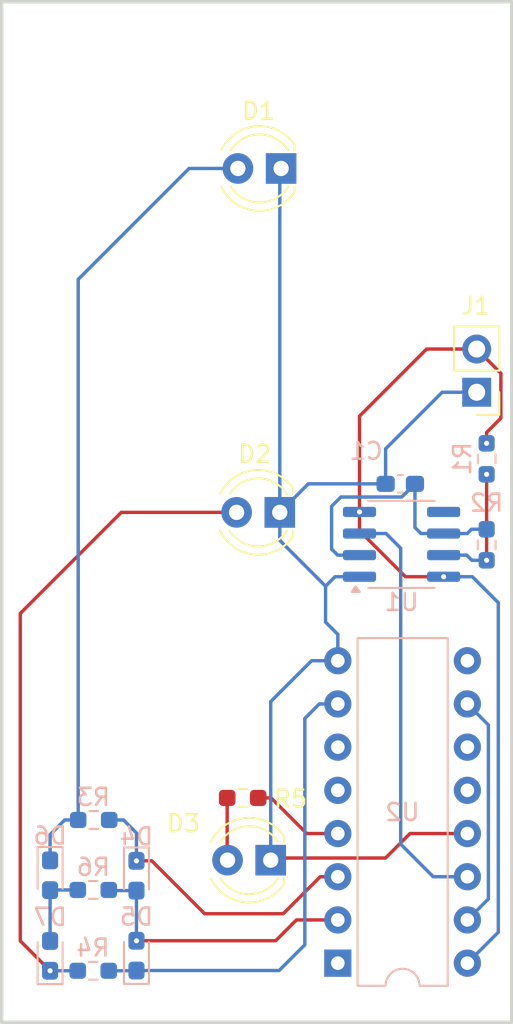
<source format=kicad_pcb>
(kicad_pcb (version 20240108) (generator "pcbnew") (generator_version "8.0")
  (layers (0 "F.Cu" signal) (31 "B.Cu" signal) (34 "B.Paste" user) (35 "F.Paste" user) (36 "B.SilkS" user "B.Silkscreen") (37 "F.SilkS" user "F.Silkscreen") (38 "B.Mask" user) (39 "F.Mask" user) (44 "Edge.Cuts" user))
  (net 0 "")
  (net 1 "Net-(U1-THR)")
  (net 2 "GND")
  (net 3 "Net-(D1-A)")
  (net 4 "Net-(D2-A)")
  (net 5 "Net-(D3-A)")
  (net 6 "Net-(D4-A)")
  (net 7 "Net-(D4-K)")
  (net 8 "Net-(D5-K)")
  (net 9 "/VBus")
  (net 10 "Net-(U1-DIS)")
  (net 11 "Net-(U2-Q2)")
  (net 13 "Net-(U1-Q)")
  (net 14 "Net-(U2-Q4)")
  (net 21 "Net-(D6-A)")
  (footprint "LED_THT:LED_D4.0mm" (layer "F.Cu") (at 145.3952 100.4118 180)
    (property "Reference" "D2" (at 1.4732 3.429 180) (layer "F.SilkS"))
    (property "Value" "AMBER" (hide yes))
    (fp_line (start -0.79 1.08) (end -0.79 1.399) (stroke (width 0.12)) (layer "F.SilkS"))
    (fp_line (start -0.79 -1.399) (end -0.79 -1.08) (stroke (width 0.12)) (layer "F.SilkS"))
    (fp_arc (start 3.513558 1.080069) (mid 1.453882 2.483201) (end -0.79 1.398749) (stroke (width 0.12)) (layer "F.SilkS"))
    (fp_arc (start 2.953294 1.080057) (mid 1.269966 2) (end -0.41333 1.08) (stroke (width 0.12)) (layer "F.SilkS"))
    (fp_arc (start -0.41333 -1.08) (mid 1.269966 -2) (end 2.953294 -1.080057) (stroke (width 0.12)) (layer "F.SilkS"))
    (fp_arc (start -0.79 -1.398749) (mid 1.453882 -2.483201) (end 3.513558 -1.080069) (stroke (width 0.12)) (layer "F.SilkS"))
    (pad "1" thru_hole rect (at 0 0 180) (size 1.8 1.8) (drill 0.9) (layers "*.Cu" "*.Mask") (net 2 "GND"))
    (pad "2" thru_hole circle (at 2.54 0 180) (size 1.8 1.8) (drill 0.9) (layers "*.Cu" "*.Mask") (net 4 "Net-(D2-A)"))
  )
  (footprint "LED_THT:LED_D4.0mm" (layer "F.Cu") (at 145.4714 80.1934 180)
    (property "Reference" "D1" (at 1.3208 3.3782 180) (layer "F.SilkS"))
    (property "Value" "RED" (hide yes))
    (fp_line (start -0.79 1.08) (end -0.79 1.399) (stroke (width 0.12)) (layer "F.SilkS"))
    (fp_line (start -0.79 -1.399) (end -0.79 -1.08) (stroke (width 0.12)) (layer "F.SilkS"))
    (fp_arc (start 3.513558 1.080069) (mid 1.453882 2.483201) (end -0.79 1.398749) (stroke (width 0.12)) (layer "F.SilkS"))
    (fp_arc (start 2.953294 1.080057) (mid 1.269966 2) (end -0.41333 1.08) (stroke (width 0.12)) (layer "F.SilkS"))
    (fp_arc (start -0.41333 -1.08) (mid 1.269966 -2) (end 2.953294 -1.080057) (stroke (width 0.12)) (layer "F.SilkS"))
    (fp_arc (start -0.79 -1.398749) (mid 1.453882 -2.483201) (end 3.513558 -1.080069) (stroke (width 0.12)) (layer "F.SilkS"))
    (pad "1" thru_hole rect (at 0 0 180) (size 1.8 1.8) (drill 0.9) (layers "*.Cu" "*.Mask") (net 2 "GND"))
    (pad "2" thru_hole circle (at 2.54 0 180) (size 1.8 1.8) (drill 0.9) (layers "*.Cu" "*.Mask") (net 3 "Net-(D1-A)"))
  )
  (footprint "LED_THT:LED_D4.0mm" (layer "F.Cu") (at 144.8618 120.8588 180)
    (property "Reference" "D3" (at 5.1308 2.159 180) (layer "F.SilkS"))
    (property "Value" "GREEN" (hide yes))
    (fp_line (start -0.79 1.08) (end -0.79 1.399) (stroke (width 0.12)) (layer "F.SilkS"))
    (fp_line (start -0.79 -1.399) (end -0.79 -1.08) (stroke (width 0.12)) (layer "F.SilkS"))
    (fp_arc (start 3.513558 1.080069) (mid 1.453882 2.483201) (end -0.79 1.398749) (stroke (width 0.12)) (layer "F.SilkS"))
    (fp_arc (start 2.953294 1.080057) (mid 1.269966 2) (end -0.41333 1.08) (stroke (width 0.12)) (layer "F.SilkS"))
    (fp_arc (start -0.41333 -1.08) (mid 1.269966 -2) (end 2.953294 -1.080057) (stroke (width 0.12)) (layer "F.SilkS"))
    (fp_arc (start -0.79 -1.398749) (mid 1.453882 -2.483201) (end 3.513558 -1.080069) (stroke (width 0.12)) (layer "F.SilkS"))
    (pad "1" thru_hole rect (at 0 0 180) (size 1.8 1.8) (drill 0.9) (layers "*.Cu" "*.Mask") (net 2 "GND"))
    (pad "2" thru_hole circle (at 2.54 0 180) (size 1.8 1.8) (drill 0.9) (layers "*.Cu" "*.Mask") (net 5 "Net-(D3-A)"))
  )
  (footprint "Resistor_SMD:R_0603_1608Metric_Pad0.98x0.95mm_HandSolder" (layer "F.Cu") (at 143.2127 117.2012)
    (property "Reference" "R5" (at 2.8175 0.0508 360) (layer "F.SilkS"))
    (property "Value" "180" (hide yes))
    (fp_line (start -0.254724 -0.5225) (end 0.254724 -0.5225) (stroke (width 0.12)) (layer "F.SilkS"))
    (fp_line (start -0.254724 0.5225) (end 0.254724 0.5225) (stroke (width 0.12)) (layer "F.SilkS"))
    (pad "1" smd roundrect (at -0.9125 0) (size 0.975 0.95) (layers "F.Cu" "F.Paste" "F.Mask") (net 5 "Net-(D3-A)"))
    (pad "2" smd roundrect (at 0.9125 0) (size 0.975 0.95) (layers "F.Cu" "F.Paste" "F.Mask") (net 11 "Net-(U2-Q2)"))
  )
  (footprint "Connector_PinHeader_2.54mm:PinHeader_1x02_P2.54mm_Vertical" (layer "F.Cu") (at 156.9776 93.3506 180)
    (property "Reference" "J1" (at 0.0508 5.08 360) (layer "F.SilkS"))
    (property "Value" "Power" (hide yes))
    (fp_line (start 1.33 1.27) (end 1.33 3.87) (stroke (width 0.12)) (layer "F.SilkS"))
    (fp_line (start -1.33 3.87) (end 1.33 3.87) (stroke (width 0.12)) (layer "F.SilkS"))
    (fp_line (start -1.33 1.27) (end 1.33 1.27) (stroke (width 0.12)) (layer "F.SilkS"))
    (fp_line (start -1.33 1.27) (end -1.33 3.87) (stroke (width 0.12)) (layer "F.SilkS"))
    (fp_line (start -1.33 0) (end -1.33 -1.33) (stroke (width 0.12)) (layer "F.SilkS"))
    (fp_line (start -1.33 -1.33) (end 0 -1.33) (stroke (width 0.12)) (layer "F.SilkS"))
    (pad "1" thru_hole rect (at 0 0 180) (size 1.7 1.7) (drill 1) (layers "*.Cu" "*.Mask") (net 2 "GND"))
    (pad "2" thru_hole oval (at 0 2.54 180) (size 1.7 1.7) (drill 1) (layers "*.Cu" "*.Mask") (net 9 "/VBus"))
  )
  (footprint "Package_DIP:DIP-16_W7.62mm" (layer "B.Cu") (at 148.8088 126.9144)
    (property "Reference" "U2" (at 3.8 -8.875 360) (layer "B.SilkS") (effects (justify mirror)))
    (property "Value" "4017" (hide yes))
    (fp_line (start 1.16 -19.11) (end 1.16 1.33) (stroke (width 0.12)) (layer "B.SilkS"))
    (fp_line (start 1.16 1.33) (end 2.81 1.33) (stroke (width 0.12)) (layer "B.SilkS"))
    (fp_line (start 4.81 1.33) (end 6.46 1.33) (stroke (width 0.12)) (layer "B.SilkS"))
    (fp_line (start 6.46 -19.11) (end 1.16 -19.11) (stroke (width 0.12)) (layer "B.SilkS"))
    (fp_line (start 6.46 1.33) (end 6.46 -19.11) (stroke (width 0.12)) (layer "B.SilkS"))
    (fp_arc (start 2.81 1.33) (mid 3.81 0.33) (end 4.81 1.33) (stroke (width 0.12)) (layer "B.SilkS"))
    (pad "1" thru_hole rect (at 0 0) (size 1.6 1.6) (drill 0.8) (layers "*.Cu" "*.Mask"))
    (pad "2" thru_hole oval (at 0 -2.54) (size 1.6 1.6) (drill 0.8) (layers "*.Cu" "*.Mask") (net 6 "Net-(D4-A)"))
    (pad "3" thru_hole oval (at 0 -5.08) (size 1.6 1.6) (drill 0.8) (layers "*.Cu" "*.Mask") (net 7 "Net-(D4-K)"))
    (pad "4" thru_hole oval (at 0 -7.62) (size 1.6 1.6) (drill 0.8) (layers "*.Cu" "*.Mask") (net 11 "Net-(U2-Q2)"))
    (pad "5" thru_hole oval (at 0 -10.16) (size 1.6 1.6) (drill 0.8) (layers "*.Cu" "*.Mask"))
    (pad "6" thru_hole oval (at 0 -12.7) (size 1.6 1.6) (drill 0.8) (layers "*.Cu" "*.Mask"))
    (pad "7" thru_hole oval (at 0 -15.24) (size 1.6 1.6) (drill 0.8) (layers "*.Cu" "*.Mask") (net 8 "Net-(D5-K)"))
    (pad "8" thru_hole oval (at 0 -17.78) (size 1.6 1.6) (drill 0.8) (layers "*.Cu" "*.Mask") (net 2 "GND"))
    (pad "9" thru_hole oval (at 7.62 -17.78) (size 1.6 1.6) (drill 0.8) (layers "*.Cu" "*.Mask"))
    (pad "10" thru_hole oval (at 7.62 -15.24) (size 1.6 1.6) (drill 0.8) (layers "*.Cu" "*.Mask") (net 14 "Net-(U2-Q4)"))
    (pad "11" thru_hole oval (at 7.62 -12.7) (size 1.6 1.6) (drill 0.8) (layers "*.Cu" "*.Mask"))
    (pad "12" thru_hole oval (at 7.62 -10.16) (size 1.6 1.6) (drill 0.8) (layers "*.Cu" "*.Mask"))
    (pad "13" thru_hole oval (at 7.62 -7.62) (size 1.6 1.6) (drill 0.8) (layers "*.Cu" "*.Mask") (net 2 "GND"))
    (pad "14" thru_hole oval (at 7.62 -5.08) (size 1.6 1.6) (drill 0.8) (layers "*.Cu" "*.Mask") (net 13 "Net-(U1-Q)"))
    (pad "15" thru_hole oval (at 7.62 -2.54) (size 1.6 1.6) (drill 0.8) (layers "*.Cu" "*.Mask") (net 14 "Net-(U2-Q4)"))
    (pad "16" thru_hole oval (at 7.62 0) (size 1.6 1.6) (drill 0.8) (layers "*.Cu" "*.Mask") (net 9 "/VBus"))
  )
  (footprint "Resistor_SMD:R_0603_1608Metric_Pad0.98x0.95mm_HandSolder" (layer "B.Cu") (at 157.5618 102.3168 90)
    (property "Reference" "R2" (at 2.4619 0 180) (layer "B.SilkS") (effects (justify mirror)))
    (property "Value" "15k" (hide yes))
    (fp_line (start 0.254724 -0.5225) (end -0.254724 -0.5225) (stroke (width 0.12)) (layer "B.SilkS"))
    (fp_line (start 0.254724 0.5225) (end -0.254724 0.5225) (stroke (width 0.12)) (layer "B.SilkS"))
    (pad "1" smd roundrect (at -0.9125 0 90) (size 0.975 0.95) (layers "B.Cu" "B.Paste" "B.Mask") (net 10 "Net-(U1-DIS)"))
    (pad "2" smd roundrect (at 0.9125 0 90) (size 0.975 0.95) (layers "B.Cu" "B.Paste" "B.Mask") (net 1 "Net-(U1-THR)"))
  )
  (footprint "Resistor_SMD:R_0603_1608Metric_Pad0.98x0.95mm_HandSolder" (layer "B.Cu") (at 134.4497 118.4966)
    (property "Reference" "R3" (at -0.0235 -1.3462 0) (layer "B.SilkS") (effects (justify mirror)))
    (property "Value" "180" (hide yes))
    (fp_line (start 0.254724 -0.5225) (end -0.254724 -0.5225) (stroke (width 0.12)) (layer "B.SilkS"))
    (fp_line (start 0.254724 0.5225) (end -0.254724 0.5225) (stroke (width 0.12)) (layer "B.SilkS"))
    (pad "1" smd roundrect (at -0.9125 0) (size 0.975 0.95) (layers "B.Cu" "B.Paste" "B.Mask") (net 3 "Net-(D1-A)"))
    (pad "2" smd roundrect (at 0.9125 0) (size 0.975 0.95) (layers "B.Cu" "B.Paste" "B.Mask") (net 7 "Net-(D4-K)"))
  )
  (footprint "Diode_SMD:D_0603_1608Metric_Pad1.05x0.95mm_HandSolder" (layer "B.Cu") (at 131.8843 121.7478 -90)
    (property "Reference" "D6" (at -2.3228 0 0) (layer "B.SilkS") (effects (justify mirror)))
    (property "Value" "D" (hide yes))
    (fp_line (start -1.66 0.735) (end 0.8 0.735) (stroke (width 0.12)) (layer "B.SilkS"))
    (fp_line (start -1.66 -0.735) (end -1.66 0.735) (stroke (width 0.12)) (layer "B.SilkS"))
    (fp_line (start 0.8 -0.735) (end -1.66 -0.735) (stroke (width 0.12)) (layer "B.SilkS"))
    (pad "1" smd roundrect (at -0.875 0 270) (size 1.05 0.95) (layers "B.Cu" "B.Paste" "B.Mask") (net 3 "Net-(D1-A)"))
    (pad "2" smd roundrect (at 0.875 0 270) (size 1.05 0.95) (layers "B.Cu" "B.Paste" "B.Mask") (net 21 "Net-(D6-A)"))
  )
  (footprint "Package_SO:SOIC-8_3.9x4.9mm_P1.27mm" (layer "B.Cu") (at 152.558 102.2914)
    (property "Reference" "U1" (at 0 3.4 360) (layer "B.SilkS") (effects (justify mirror)))
    (property "Value" "LM555xM" (hide yes))
    (fp_line (start -1.95 -2.56) (end 0 -2.56) (stroke (width 0.12)) (layer "B.SilkS"))
    (fp_line (start -1.95 2.56) (end 0 2.56) (stroke (width 0.12)) (layer "B.SilkS"))
    (fp_line (start 1.95 -2.56) (end 0 -2.56) (stroke (width 0.12)) (layer "B.SilkS"))
    (fp_line (start 1.95 2.56) (end 0 2.56) (stroke (width 0.12)) (layer "B.SilkS"))
    (fp_poly (pts (xy -2.7 2.465) (xy -2.94 2.795) (xy -2.46 2.795) (xy -2.7 2.465)) (stroke (width 0.12)) (fill solid) (layer "B.SilkS"))
    (pad "1" smd roundrect (at -2.475 1.905) (size 1.95 0.6) (layers "B.Cu" "B.Paste" "B.Mask") (net 2 "GND"))
    (pad "2" smd roundrect (at -2.475 0.635) (size 1.95 0.6) (layers "B.Cu" "B.Paste" "B.Mask") (net 1 "Net-(U1-THR)"))
    (pad "3" smd roundrect (at -2.475 -0.635) (size 1.95 0.6) (layers "B.Cu" "B.Paste" "B.Mask") (net 13 "Net-(U1-Q)"))
    (pad "4" smd roundrect (at -2.475 -1.905) (size 1.95 0.6) (layers "B.Cu" "B.Paste" "B.Mask") (net 9 "/VBus"))
    (pad "5" smd roundrect (at 2.475 -1.905) (size 1.95 0.6) (layers "B.Cu" "B.Paste" "B.Mask"))
    (pad "6" smd roundrect (at 2.475 -0.635) (size 1.95 0.6) (layers "B.Cu" "B.Paste" "B.Mask") (net 1 "Net-(U1-THR)"))
    (pad "7" smd roundrect (at 2.475 0.635) (size 1.95 0.6) (layers "B.Cu" "B.Paste" "B.Mask") (net 10 "Net-(U1-DIS)"))
    (pad "8" smd roundrect (at 2.475 1.905) (size 1.95 0.6) (layers "B.Cu" "B.Paste" "B.Mask") (net 9 "/VBus"))
  )
  (footprint "Resistor_SMD:R_0603_1608Metric_Pad0.98x0.95mm_HandSolder" (layer "B.Cu") (at 134.4224 127.3612)
    (property "Reference" "R4" (at -0.0235 -1.3462 0) (layer "B.SilkS") (effects (justify mirror)))
    (property "Value" "180" (hide yes))
    (fp_line (start 0.254724 -0.5225) (end -0.254724 -0.5225) (stroke (width 0.12)) (layer "B.SilkS"))
    (fp_line (start 0.254724 0.5225) (end -0.254724 0.5225) (stroke (width 0.12)) (layer "B.SilkS"))
    (pad "1" smd roundrect (at -0.9125 0) (size 0.975 0.95) (layers "B.Cu" "B.Paste" "B.Mask") (net 4 "Net-(D2-A)"))
    (pad "2" smd roundrect (at 0.9125 0) (size 0.975 0.95) (layers "B.Cu" "B.Paste" "B.Mask") (net 8 "Net-(D5-K)"))
  )
  (footprint "Capacitor_SMD:C_0603_1608Metric_Pad1.08x0.95mm_HandSolder" (layer "B.Cu") (at 152.4829 98.7354 180)
    (property "Reference" "C1" (at 2.0077 1.9304 360) (layer "B.SilkS") (effects (justify mirror)))
    (property "Value" "16uF" (hide yes))
    (fp_line (start 0.146267 0.51) (end -0.146267 0.51) (stroke (width 0.12)) (layer "B.SilkS"))
    (fp_line (start 0.146267 -0.51) (end -0.146267 -0.51) (stroke (width 0.12)) (layer "B.SilkS"))
    (pad "1" smd roundrect (at -0.8625 0 180) (size 1.075 0.95) (layers "B.Cu" "B.Paste" "B.Mask") (net 1 "Net-(U1-THR)"))
    (pad "2" smd roundrect (at 0.8625 0 180) (size 1.075 0.95) (layers "B.Cu" "B.Paste" "B.Mask") (net 2 "GND"))
  )
  (footprint "Resistor_SMD:R_0603_1608Metric_Pad0.98x0.95mm_HandSolder" (layer "B.Cu") (at 157.5618 97.2641 -90)
    (property "Reference" "R1" (at 0 1.43 90) (layer "B.SilkS") (effects (justify mirror)))
    (property "Value" "18k" (hide yes))
    (fp_line (start 0.254724 0.5225) (end -0.254724 0.5225) (stroke (width 0.12)) (layer "B.SilkS"))
    (fp_line (start 0.254724 -0.5225) (end -0.254724 -0.5225) (stroke (width 0.12)) (layer "B.SilkS"))
    (pad "1" smd roundrect (at -0.9125 0 270) (size 0.975 0.95) (layers "B.Cu" "B.Paste" "B.Mask") (net 9 "/VBus"))
    (pad "2" smd roundrect (at 0.9125 0 270) (size 0.975 0.95) (layers "B.Cu" "B.Paste" "B.Mask") (net 10 "Net-(U1-DIS)"))
  )
  (footprint "Resistor_SMD:R_0603_1608Metric_Pad0.98x0.95mm_HandSolder" (layer "B.Cu") (at 134.4243 122.6114)
    (property "Reference" "R6" (at 0 -1.3462 0) (layer "B.SilkS") (effects (justify mirror)))
    (property "Value" "400" (hide yes))
    (fp_line (start 0.254724 -0.5225) (end -0.254724 -0.5225) (stroke (width 0.12)) (layer "B.SilkS"))
    (fp_line (start 0.254724 0.5225) (end -0.254724 0.5225) (stroke (width 0.12)) (layer "B.SilkS"))
    (pad "1" smd roundrect (at -0.9125 0) (size 0.975 0.95) (layers "B.Cu" "B.Paste" "B.Mask") (net 21 "Net-(D6-A)"))
    (pad "2" smd roundrect (at 0.9125 0) (size 0.975 0.95) (layers "B.Cu" "B.Paste" "B.Mask") (net 6 "Net-(D4-A)"))
  )
  (footprint "Diode_SMD:D_0603_1608Metric_Pad1.05x0.95mm_HandSolder" (layer "B.Cu") (at 136.9643 126.4722 90)
    (property "Reference" "D5" (at 2.286 0 0) (layer "B.SilkS") (effects (justify mirror)))
    (property "Value" "D" (hide yes))
    (fp_line (start 0.8 -0.735) (end -1.66 -0.735) (stroke (width 0.12)) (layer "B.SilkS"))
    (fp_line (start -1.66 -0.735) (end -1.66 0.735) (stroke (width 0.12)) (layer "B.SilkS"))
    (fp_line (start -1.66 0.735) (end 0.8 0.735) (stroke (width 0.12)) (layer "B.SilkS"))
    (pad "1" smd roundrect (at -0.875 0 90) (size 1.05 0.95) (layers "B.Cu" "B.Paste" "B.Mask") (net 8 "Net-(D5-K)"))
    (pad "2" smd roundrect (at 0.875 0 90) (size 1.05 0.95) (layers "B.Cu" "B.Paste" "B.Mask") (net 6 "Net-(D4-A)"))
  )
  (footprint "Diode_SMD:D_0603_1608Metric_Pad1.05x0.95mm_HandSolder" (layer "B.Cu") (at 131.8843 126.4862 90)
    (property "Reference" "D7" (at 2.2834 0 360) (layer "B.SilkS") (effects (justify mirror)))
    (property "Value" "D" (hide yes))
    (fp_line (start 0.8 -0.735) (end -1.66 -0.735) (stroke (width 0.12)) (layer "B.SilkS"))
    (fp_line (start -1.66 -0.735) (end -1.66 0.735) (stroke (width 0.12)) (layer "B.SilkS"))
    (fp_line (start -1.66 0.735) (end 0.8 0.735) (stroke (width 0.12)) (layer "B.SilkS"))
    (pad "1" smd roundrect (at -0.875 0 90) (size 1.05 0.95) (layers "B.Cu" "B.Paste" "B.Mask") (net 4 "Net-(D2-A)"))
    (pad "2" smd roundrect (at 0.875 0 90) (size 1.05 0.95) (layers "B.Cu" "B.Paste" "B.Mask") (net 21 "Net-(D6-A)"))
  )
  (footprint "Diode_SMD:D_0603_1608Metric_Pad1.05x0.95mm_HandSolder" (layer "B.Cu") (at 136.9643 121.7732 -90)
    (property "Reference" "D4" (at -2.2974 0 0) (layer "B.SilkS") (effects (justify mirror)))
    (property "Value" "D" (hide yes))
    (fp_line (start -1.66 0.735) (end 0.8 0.735) (stroke (width 0.12)) (layer "B.SilkS"))
    (fp_line (start -1.66 -0.735) (end -1.66 0.735) (stroke (width 0.12)) (layer "B.SilkS"))
    (fp_line (start 0.8 -0.735) (end -1.66 -0.735) (stroke (width 0.12)) (layer "B.SilkS"))
    (pad "1" smd roundrect (at -0.875 0 270) (size 1.05 0.95) (layers "B.Cu" "B.Paste" "B.Mask") (net 7 "Net-(D4-K)"))
    (pad "2" smd roundrect (at 0.875 0 270) (size 1.05 0.95) (layers "B.Cu" "B.Paste" "B.Mask") (net 6 "Net-(D4-A)"))
  )
  (gr_rect (start 129.0376 70.389) (end 159.0376 130.389) (stroke (width 0.2)) (fill none) (layer "Edge.Cuts"))
  (segment (start 148.4432 100.0562) (end 148.989 99.5104) (width 0.2) (layer "B.Cu") (net 1))
  (segment (start 153.701 101.6564) (end 155.033 101.6564) (width 0.2) (layer "B.Cu") (net 1))
  (segment (start 156.4188 101.6564) (end 155.033 101.6564) (width 0.2) (layer "B.Cu") (net 1))
  (segment (start 157.5618 101.4043) (end 156.6709 101.4043) (width 0.2) (layer "B.Cu") (net 1))
  (segment (start 152.5704 99.5104) (end 153.3454 98.7354) (width 0.2) (layer "B.Cu") (net 1))
  (segment (start 153.3454 101.3008) (end 153.701 101.6564) (width 0.2) (layer "B.Cu") (net 1))
  (segment (start 156.6709 101.4043) (end 156.4188 101.6564) (width 0.2) (layer "B.Cu") (net 1))
  (segment (start 148.989 99.5104) (end 152.5704 99.5104) (width 0.2) (layer "B.Cu") (net 1))
  (segment (start 150.083 102.9264) (end 148.7988 102.9264) (width 0.2) (layer "B.Cu") (net 1))
  (segment (start 148.7988 102.9264) (end 148.4432 102.5708) (width 0.2) (layer "B.Cu") (net 1))
  (segment (start 148.4432 102.5708) (end 148.4432 100.0562) (width 0.2) (layer "B.Cu") (net 1))
  (segment (start 153.3454 98.7354) (end 153.3454 101.3008) (width 0.2) (layer "B.Cu") (net 1))
  (segment (start 153.0556 119.2944) (end 156.4288 119.2944) (width 0.2) (layer "F.Cu") (net 2))
  (segment (start 144.9862 120.7344) (end 151.6156 120.7344) (width 0.2) (layer "F.Cu") (net 2))
  (segment (start 151.6156 120.7344) (end 153.0556 119.2944) (width 0.2) (layer "F.Cu") (net 2))
  (segment (start 144.8618 120.8588) (end 144.9862 120.7344) (width 0.2) (layer "F.Cu") (net 2))
  (segment (start 145.3952 80.2696) (end 145.4714 80.1934) (width 0.2) (layer "B.Cu") (net 2))
  (segment (start 144.8618 120.8588) (end 144.8618 111.537) (width 0.2) (layer "B.Cu") (net 2))
  (segment (start 151.6204 98.7354) (end 151.6204 96.6758) (width 0.2) (layer "B.Cu") (net 2))
  (segment (start 148.0876 104.7552) (end 148.0876 106.8634) (width 0.2) (layer "B.Cu") (net 2))
  (segment (start 154.9456 93.3506) (end 156.9776 93.3506) (width 0.2) (layer "B.Cu") (net 2))
  (segment (start 148.0368 104.7044) (end 145.3952 102.0628) (width 0.2) (layer "B.Cu") (net 2))
  (segment (start 145.3952 102.0628) (end 145.3952 100.4118) (width 0.2) (layer "B.Cu") (net 2))
  (segment (start 145.3952 100.4118) (end 145.3952 80.2696) (width 0.2) (layer "B.Cu") (net 2))
  (segment (start 147.2644 109.1344) (end 148.8088 109.1344) (width 0.2) (layer "B.Cu") (net 2))
  (segment (start 148.1384 104.7044) (end 148.0876 104.7552) (width 0.2) (layer "B.Cu") (net 2))
  (segment (start 148.1384 104.7044) (end 148.0368 104.7044) (width 0.2) (layer "B.Cu") (net 2))
  (segment (start 148.6464 104.1964) (end 148.1384 104.7044) (width 0.2) (layer "B.Cu") (net 2))
  (segment (start 148.8088 107.5846) (end 148.8088 109.1344) (width 0.2) (layer "B.Cu") (net 2))
  (segment (start 150.083 104.1964) (end 148.6464 104.1964) (width 0.2) (layer "B.Cu") (net 2))
  (segment (start 151.6204 96.6758) (end 154.9456 93.3506) (width 0.2) (layer "B.Cu") (net 2))
  (segment (start 151.6204 98.7354) (end 147.0716 98.7354) (width 0.2) (layer "B.Cu") (net 2))
  (segment (start 144.8618 111.537) (end 147.2644 109.1344) (width 0.2) (layer "B.Cu") (net 2))
  (segment (start 147.0716 98.7354) (end 145.3952 100.4118) (width 0.2) (layer "B.Cu") (net 2))
  (segment (start 148.0876 106.8634) (end 148.8088 107.5846) (width 0.2) (layer "B.Cu") (net 2))
  (segment (start 131.8843 120.8728) (end 131.8843 119.3583) (width 0.2) (layer "B.Cu") (net 3))
  (segment (start 131.8843 119.3583) (end 132.746 118.4966) (width 0.2) (layer "B.Cu") (net 3))
  (segment (start 133.5372 118.4966) (end 133.5372 86.7174) (width 0.2) (layer "B.Cu") (net 3))
  (segment (start 140.0612 80.1934) (end 142.9314 80.1934) (width 0.2) (layer "B.Cu") (net 3))
  (segment (start 132.746 118.4966) (end 133.5372 118.4966) (width 0.2) (layer "B.Cu") (net 3))
  (segment (start 133.5372 86.7174) (end 140.0612 80.1934) (width 0.2) (layer "B.Cu") (net 3))
  (segment (start 130.1298 106.3554) (end 130.1298 125.6067) (width 0.2) (layer "F.Cu") (net 4))
  (segment (start 130.1298 125.6067) (end 131.8843 127.3612) (width 0.2) (layer "F.Cu") (net 4))
  (segment (start 136.0734 100.4118) (end 130.1298 106.3554) (width 0.2) (layer "F.Cu") (net 4))
  (segment (start 142.8552 100.4118) (end 136.0734 100.4118) (width 0.2) (layer "F.Cu") (net 4))
  (via (at 131.8843 127.3612) (size 0.6) (drill 0.3) (layers "F.Cu" "B.Cu") (net 4))
  (segment (start 131.8843 127.3612) (end 133.5099 127.3612) (width 0.2) (layer "B.Cu") (net 4))
  (segment (start 142.3002 120.8372) (end 142.3218 120.8588) (width 0.2) (layer "F.Cu") (net 5))
  (segment (start 142.3002 117.2012) (end 142.3002 120.8372) (width 0.2) (layer "F.Cu") (net 5))
  (segment (start 148.8088 124.3744) (end 146.3754 124.3744) (width 0.2) (layer "F.Cu") (net 6))
  (segment (start 146.3754 124.3744) (end 145.1526 125.5972) (width 0.2) (layer "F.Cu") (net 6))
  (segment (start 145.1526 125.5972) (end 136.9643 125.5972) (width 0.2) (layer "F.Cu") (net 6))
  (via (at 136.9643 125.5972) (size 0.6) (drill 0.3) (layers "F.Cu" "B.Cu") (net 6))
  (segment (start 136.9643 122.6482) (end 135.3736 122.6482) (width 0.2) (layer "B.Cu") (net 6))
  (segment (start 135.3736 122.6482) (end 135.3368 122.6114) (width 0.2) (layer "B.Cu") (net 6))
  (segment (start 136.9643 122.6482) (end 136.9643 125.5972) (width 0.2) (layer "B.Cu") (net 6))
  (segment (start 137.8654 120.8982) (end 136.9643 120.8982) (width 0.2) (layer "F.Cu") (net 7))
  (segment (start 147.7724 121.8344) (end 145.5984 124.0084) (width 0.2) (layer "F.Cu") (net 7))
  (segment (start 145.5984 124.0084) (end 140.9756 124.0084) (width 0.2) (layer "F.Cu") (net 7))
  (segment (start 148.8088 121.8344) (end 147.7724 121.8344) (width 0.2) (layer "F.Cu") (net 7))
  (segment (start 140.9756 124.0084) (end 137.8654 120.8982) (width 0.2) (layer "F.Cu") (net 7))
  (via (at 136.9643 120.8982) (size 0.6) (drill 0.3) (layers "F.Cu" "B.Cu") (net 7))
  (segment (start 136.9643 119.2605) (end 136.2004 118.4966) (width 0.2) (layer "B.Cu") (net 7))
  (segment (start 136.9643 120.8982) (end 136.9643 119.2605) (width 0.2) (layer "B.Cu") (net 7))
  (segment (start 136.2004 118.4966) (end 135.3622 118.4966) (width 0.2) (layer "B.Cu") (net 7))
  (segment (start 148.8088 111.6744) (end 147.7216 111.6744) (width 0.2) (layer "B.Cu") (net 8))
  (segment (start 147.7216 111.6744) (end 146.8684 112.5276) (width 0.2) (layer "B.Cu") (net 8))
  (segment (start 146.8684 112.5276) (end 146.8684 125.8372) (width 0.2) (layer "B.Cu") (net 8))
  (segment (start 146.8684 125.8372) (end 145.3584 127.3472) (width 0.2) (layer "B.Cu") (net 8))
  (segment (start 145.3584 127.3472) (end 136.9643 127.3472) (width 0.2) (layer "B.Cu") (net 8))
  (segment (start 135.3349 127.3612) (end 136.9503 127.3612) (width 0.2) (layer "B.Cu") (net 8))
  (segment (start 136.9503 127.3612) (end 136.9643 127.3472) (width 0.2) (layer "B.Cu") (net 8))
  (segment (start 157.5618 95.7128) (end 157.5618 96.3516) (width 0.2) (layer "F.Cu") (net 9))
  (segment (start 150.083 101.4928) (end 150.083 100.3864) (width 0.2) (layer "F.Cu") (net 9))
  (segment (start 158.4 92.233) (end 158.4 94.8746) (width 0.2) (layer "F.Cu") (net 9))
  (segment (start 150.083 94.7588) (end 154.0312 90.8106) (width 0.2) (layer "F.Cu") (net 9))
  (segment (start 154.0312 90.8106) (end 156.9776 90.8106) (width 0.2) (layer "F.Cu") (net 9))
  (segment (start 156.9776 90.8106) (end 158.4 92.233) (width 0.2) (layer "F.Cu") (net 9))
  (segment (start 155.033 104.1964) (end 152.7866 104.1964) (width 0.2) (layer "F.Cu") (net 9))
  (segment (start 150.083 100.3864) (end 150.083 94.7588) (width 0.2) (layer "F.Cu") (net 9))
  (segment (start 152.7866 104.1964) (end 150.083 101.4928) (width 0.2) (layer "F.Cu") (net 9))
  (segment (start 158.4 94.8746) (end 157.5618 95.7128) (width 0.2) (layer "F.Cu") (net 9))
  (via (at 155.033 104.1964) (size 0.6) (drill 0.3) (layers "F.Cu" "B.Cu") (net 9))
  (via (at 150.083 100.3864) (size 0.6) (drill 0.3) (layers "F.Cu" "B.Cu") (net 9))
  (via (at 157.5618 96.3516) (size 0.6) (drill 0.3) (layers "F.Cu" "B.Cu") (net 9))
  (segment (start 156.4288 126.9144) (end 158.2476 125.0956) (width 0.2) (layer "B.Cu") (net 9))
  (segment (start 156.7236 104.1964) (end 155.033 104.1964) (width 0.2) (layer "B.Cu") (net 9))
  (segment (start 158.2476 105.7204) (end 156.7236 104.1964) (width 0.2) (layer "B.Cu") (net 9))
  (segment (start 155.033 104.1964) (end 154.9202 104.1964) (width 0.2) (layer "B.Cu") (net 9))
  (segment (start 158.2476 125.0956) (end 158.2476 105.7204) (width 0.2) (layer "B.Cu") (net 9))
  (segment (start 157.5618 103.2293) (end 157.5618 98.1766) (width 0.2) (layer "F.Cu") (net 10))
  (via (at 157.5618 103.2293) (size 0.6) (drill 0.3) (layers "F.Cu" "B.Cu") (net 10))
  (via (at 157.5618 98.1766) (size 0.6) (drill 0.3) (layers "F.Cu" "B.Cu") (net 10))
  (segment (start 156.6963 103.2293) (end 157.5618 103.2293) (width 0.2) (layer "B.Cu") (net 10))
  (segment (start 155.033 102.9264) (end 156.3934 102.9264) (width 0.2) (layer "B.Cu") (net 10))
  (segment (start 156.3934 102.9264) (end 156.6963 103.2293) (width 0.2) (layer "B.Cu") (net 10))
  (segment (start 148.8088 119.2944) (end 146.9804 119.2944) (width 0.2) (layer "F.Cu") (net 11))
  (segment (start 144.8872 117.2012) (end 144.1252 117.2012) (width 0.2) (layer "F.Cu") (net 11))
  (segment (start 146.9804 119.2944) (end 144.8872 117.2012) (width 0.2) (layer "F.Cu") (net 11))
  (segment (start 152.5072 119.919) (end 152.5072 102.52) (width 0.2) (layer "B.Cu") (net 13))
  (segment (start 152.5072 102.52) (end 151.6436 101.6564) (width 0.2) (layer "B.Cu") (net 13))
  (segment (start 151.6436 101.6564) (end 150.083 101.6564) (width 0.2) (layer "B.Cu") (net 13))
  (segment (start 156.4288 121.8344) (end 154.4226 121.8344) (width 0.2) (layer "B.Cu") (net 13))
  (segment (start 154.4226 121.8344) (end 152.5072 119.919) (width 0.2) (layer "B.Cu") (net 13))
  (segment (start 156.4288 124.3744) (end 157.6634 123.1398) (width 0.2) (layer "B.Cu") (net 14))
  (segment (start 157.6634 112.909) (end 156.4288 111.6744) (width 0.2) (layer "B.Cu") (net 14))
  (segment (start 157.6634 123.1398) (end 157.6634 112.909) (width 0.2) (layer "B.Cu") (net 14))
  (segment (start 131.8843 122.6228) (end 131.8843 125.6112) (width 0.2) (layer "B.Cu") (net 21))
  (segment (start 131.8957 122.6114) (end 131.8843 122.6228) (width 0.2) (layer "B.Cu") (net 21))
  (segment (start 133.5118 122.6114) (end 131.8957 122.6114) (width 0.2) (layer "B.Cu") (net 21))
)
</source>
